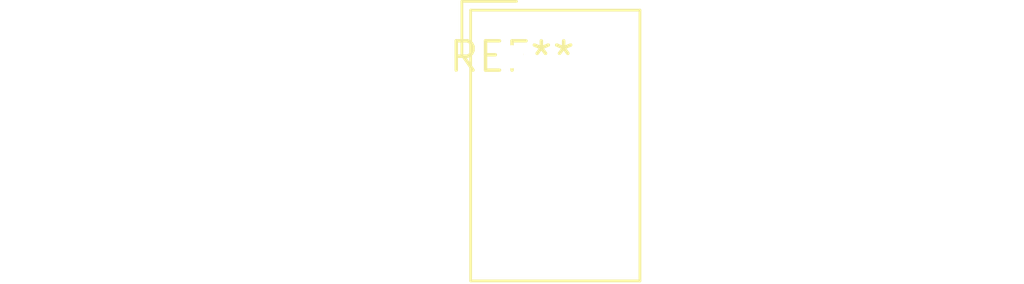
<source format=kicad_pcb>
(kicad_pcb (version 20240108) (generator pcbnew)
  (layers (0 "F.Cu" signal) (31 "B.Cu" signal) (34 "B.Paste" user) (35 "F.Paste" user) (36 "B.SilkS" user "B.Silkscreen") (37 "F.SilkS" user "F.Silkscreen") (38 "B.Mask" user) (39 "F.Mask" user) (44 "Edge.Cuts" user))
  (net 0 "")
  (footprint "Converter_DCDC_TRACO_TME_24xxS_Single_THT" (layer "F.Cu") (at 0 0)
    (property "Reference" "REF**")
    (property "Value" "Converter_DCDC_TRACO_TME_24xxS_Single_THT")
    (fp_line (start -2.175 -2.4) (end 0.191667 -2.4) (layer "F.SilkS") (stroke (width 0.12)))
    (fp_line (start -2.175 -0.033333) (end -2.175 -2.4) (layer "F.SilkS") (stroke (width 0.12)))
    (fp_line (start -1.795 -2.02) (end -1.795 9.72) (layer "F.SilkS") (stroke (width 0.12)))
    (fp_line (start -1.795 -2.02) (end 5.545 -2.02) (layer "F.SilkS") (stroke (width 0.12)))
    (fp_line (start -1.795 9.72) (end 5.545 9.72) (layer "F.SilkS") (stroke (width 0.12)))
    (fp_line (start 5.545 -2.02) (end 5.545 9.72) (layer "F.SilkS") (stroke (width 0.12)))
    (pad "1" thru_hole rect (at 0 0) (size 1.6 1.6) (drill 1) (layers *.Cu *.Mask) (remove_unused_layers))
    (pad "2" thru_hole circle (at 0 2.54) (size 1.6 1.6) (drill 1) (layers *.Cu *.Mask) (remove_unused_layers))
    (pad "3" thru_hole circle (at 0 5.08) (size 1.6 1.6) (drill 1) (layers *.Cu *.Mask) (remove_unused_layers))
    (pad "4" thru_hole circle (at 0 7.62) (size 1.6 1.6) (drill 1) (layers *.Cu *.Mask) (remove_unused_layers))
  )
)
</source>
